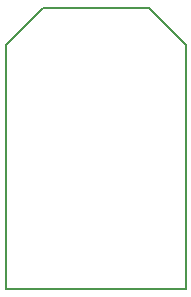
<source format=gm1>
G04 #@! TF.GenerationSoftware,KiCad,Pcbnew,(5.1.5)-3*
G04 #@! TF.CreationDate,2020-04-21T17:30:06+02:00*
G04 #@! TF.ProjectId,Wegard_Logger,57656761-7264-45f4-9c6f-676765722e6b,rev?*
G04 #@! TF.SameCoordinates,Original*
G04 #@! TF.FileFunction,Profile,NP*
%FSLAX46Y46*%
G04 Gerber Fmt 4.6, Leading zero omitted, Abs format (unit mm)*
G04 Created by KiCad (PCBNEW (5.1.5)-3) date 2020-04-21 17:30:06*
%MOMM*%
%LPD*%
G04 APERTURE LIST*
%ADD10C,0.203200*%
G04 APERTURE END LIST*
D10*
X140881100Y-96600000D02*
X144001100Y-93478600D01*
X153000000Y-93478600D02*
X156121100Y-96599700D01*
X156121100Y-117228600D02*
X156121100Y-96599700D01*
X153000000Y-93478600D02*
X144001100Y-93478600D01*
X140881100Y-96600000D02*
X140881100Y-117228600D01*
X140881100Y-117228600D02*
X156121100Y-117228600D01*
M02*

</source>
